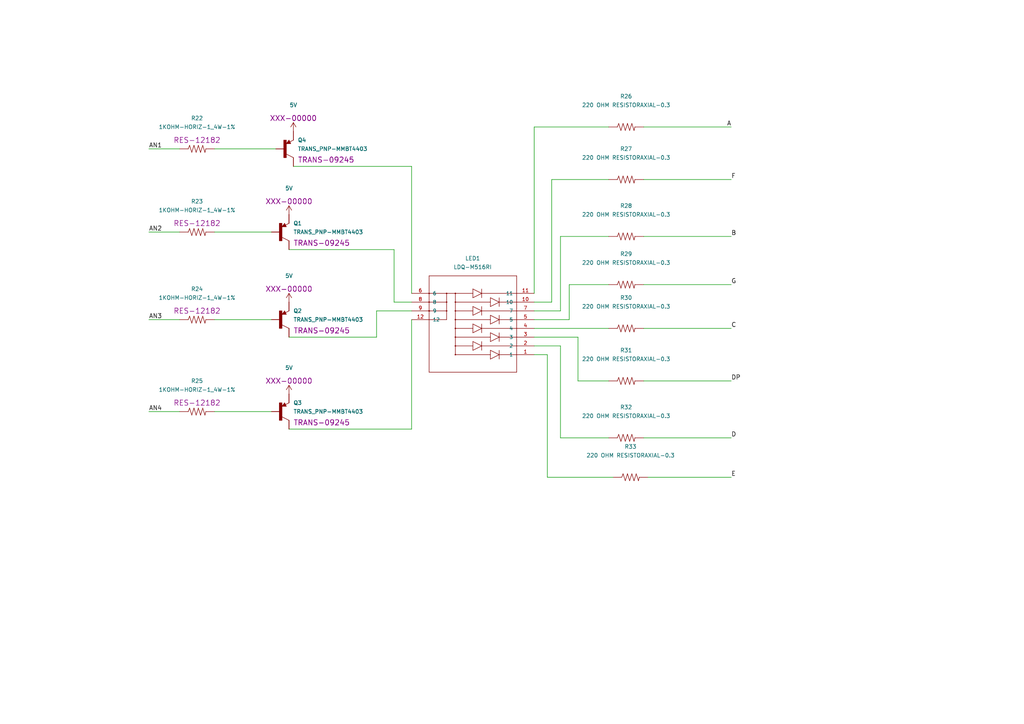
<source format=kicad_sch>
(kicad_sch (version 20211123) (generator eeschema)

  (uuid 58ec011c-aa35-4895-b6de-9ce6fbba8d17)

  (paper "A4")

  (lib_symbols
    (symbol "LDQ-M516RI:LDQ-M516RI" (pin_names (offset 1.016)) (in_bom yes) (on_board yes)
      (property "Reference" "LED" (id 0) (at 15.5956 9.1186 0)
        (effects (font (size 1.143 1.143)) (justify left bottom))
      )
      (property "Value" "LDQ-M516RI" (id 1) (at 14.9606 6.5786 0)
        (effects (font (size 1.143 1.143)) (justify left bottom))
      )
      (property "Footprint" "LDQ-M516RI_LED_LDQ-M516RI_LUM" (id 2) (at 0.762 3.81 0)
        (effects (font (size 0.508 0.508)) hide)
      )
      (property "Datasheet" "" (id 3) (at 0 0 0)
        (effects (font (size 1.27 1.27)) hide)
      )
      (property "ki_locked" "" (id 4) (at 0 0 0)
        (effects (font (size 1.27 1.27)))
      )
      (property "ki_fp_filters" "*LED_LDQ-M516RI_LUM*" (id 5) (at 0 0 0)
        (effects (font (size 1.27 1.27)) hide)
      )
      (symbol "LDQ-M516RI_1_0"
        (polyline
          (pts
            (xy 7.62 -22.86)
            (xy 33.02 -22.86)
          )
          (stroke (width 0) (type default) (color 0 0 0 0))
          (fill (type none))
        )
        (polyline
          (pts
            (xy 7.62 -7.62)
            (xy 7.62 -22.86)
          )
          (stroke (width 0) (type default) (color 0 0 0 0))
          (fill (type none))
        )
        (polyline
          (pts
            (xy 7.62 -7.62)
            (xy 12.7 -7.62)
          )
          (stroke (width 0) (type default) (color 0 0 0 0))
          (fill (type none))
        )
        (polyline
          (pts
            (xy 7.62 -5.08)
            (xy 7.62 -7.62)
          )
          (stroke (width 0) (type default) (color 0 0 0 0))
          (fill (type none))
        )
        (polyline
          (pts
            (xy 7.62 -2.54)
            (xy 7.62 -5.08)
          )
          (stroke (width 0) (type default) (color 0 0 0 0))
          (fill (type none))
        )
        (polyline
          (pts
            (xy 7.62 -2.54)
            (xy 7.747 -2.54)
          )
          (stroke (width 0) (type default) (color 0 0 0 0))
          (fill (type none))
        )
        (polyline
          (pts
            (xy 7.62 0)
            (xy 7.62 -2.54)
          )
          (stroke (width 0) (type default) (color 0 0 0 0))
          (fill (type none))
        )
        (polyline
          (pts
            (xy 7.62 0)
            (xy 7.747 0)
          )
          (stroke (width 0) (type default) (color 0 0 0 0))
          (fill (type none))
        )
        (polyline
          (pts
            (xy 7.62 5.08)
            (xy 7.62 0)
          )
          (stroke (width 0) (type default) (color 0 0 0 0))
          (fill (type none))
        )
        (polyline
          (pts
            (xy 7.747 -5.08)
            (xy 7.62 -5.08)
          )
          (stroke (width 0) (type default) (color 0 0 0 0))
          (fill (type none))
        )
        (polyline
          (pts
            (xy 7.747 -2.54)
            (xy 12.573 -2.54)
          )
          (stroke (width 0) (type default) (color 0 0 0 0))
          (fill (type none))
        )
        (polyline
          (pts
            (xy 7.747 0)
            (xy 12.573 0)
          )
          (stroke (width 0) (type default) (color 0 0 0 0))
          (fill (type none))
        )
        (polyline
          (pts
            (xy 12.573 -5.08)
            (xy 7.747 -5.08)
          )
          (stroke (width 0) (type default) (color 0 0 0 0))
          (fill (type none))
        )
        (polyline
          (pts
            (xy 12.573 -2.54)
            (xy 12.7 -2.54)
          )
          (stroke (width 0) (type default) (color 0 0 0 0))
          (fill (type none))
        )
        (polyline
          (pts
            (xy 12.573 0)
            (xy 12.7 0)
          )
          (stroke (width 0) (type default) (color 0 0 0 0))
          (fill (type none))
        )
        (polyline
          (pts
            (xy 12.7 -7.62)
            (xy 12.7 -5.08)
          )
          (stroke (width 0) (type default) (color 0 0 0 0))
          (fill (type none))
        )
        (polyline
          (pts
            (xy 12.7 -5.08)
            (xy 12.573 -5.08)
          )
          (stroke (width 0) (type default) (color 0 0 0 0))
          (fill (type none))
        )
        (polyline
          (pts
            (xy 12.7 -5.08)
            (xy 12.7 -2.54)
          )
          (stroke (width 0) (type default) (color 0 0 0 0))
          (fill (type none))
        )
        (polyline
          (pts
            (xy 12.7 -2.54)
            (xy 12.7 0)
          )
          (stroke (width 0) (type default) (color 0 0 0 0))
          (fill (type none))
        )
        (polyline
          (pts
            (xy 12.7 0)
            (xy 12.827 0)
          )
          (stroke (width 0) (type default) (color 0 0 0 0))
          (fill (type none))
        )
        (polyline
          (pts
            (xy 12.827 0)
            (xy 15.113 0)
          )
          (stroke (width 0) (type default) (color 0 0 0 0))
          (fill (type none))
        )
        (polyline
          (pts
            (xy 15.113 0)
            (xy 15.24 0)
          )
          (stroke (width 0) (type default) (color 0 0 0 0))
          (fill (type none))
        )
        (polyline
          (pts
            (xy 15.24 -17.78)
            (xy 15.367 -17.78)
          )
          (stroke (width 0) (type default) (color 0 0 0 0))
          (fill (type none))
        )
        (polyline
          (pts
            (xy 15.24 -15.24)
            (xy 15.24 -17.78)
          )
          (stroke (width 0) (type default) (color 0 0 0 0))
          (fill (type none))
        )
        (polyline
          (pts
            (xy 15.24 -15.24)
            (xy 15.367 -15.24)
          )
          (stroke (width 0) (type default) (color 0 0 0 0))
          (fill (type none))
        )
        (polyline
          (pts
            (xy 15.24 -12.7)
            (xy 15.24 -15.24)
          )
          (stroke (width 0) (type default) (color 0 0 0 0))
          (fill (type none))
        )
        (polyline
          (pts
            (xy 15.24 -12.7)
            (xy 15.367 -12.7)
          )
          (stroke (width 0) (type default) (color 0 0 0 0))
          (fill (type none))
        )
        (polyline
          (pts
            (xy 15.24 -10.16)
            (xy 15.24 -12.7)
          )
          (stroke (width 0) (type default) (color 0 0 0 0))
          (fill (type none))
        )
        (polyline
          (pts
            (xy 15.24 -10.16)
            (xy 15.367 -10.16)
          )
          (stroke (width 0) (type default) (color 0 0 0 0))
          (fill (type none))
        )
        (polyline
          (pts
            (xy 15.24 -7.62)
            (xy 15.24 -10.16)
          )
          (stroke (width 0) (type default) (color 0 0 0 0))
          (fill (type none))
        )
        (polyline
          (pts
            (xy 15.24 -7.62)
            (xy 15.367 -7.62)
          )
          (stroke (width 0) (type default) (color 0 0 0 0))
          (fill (type none))
        )
        (polyline
          (pts
            (xy 15.24 -5.08)
            (xy 15.24 -7.62)
          )
          (stroke (width 0) (type default) (color 0 0 0 0))
          (fill (type none))
        )
        (polyline
          (pts
            (xy 15.24 -5.08)
            (xy 15.367 -5.08)
          )
          (stroke (width 0) (type default) (color 0 0 0 0))
          (fill (type none))
        )
        (polyline
          (pts
            (xy 15.24 -2.54)
            (xy 15.24 -5.08)
          )
          (stroke (width 0) (type default) (color 0 0 0 0))
          (fill (type none))
        )
        (polyline
          (pts
            (xy 15.24 -2.54)
            (xy 15.367 -2.54)
          )
          (stroke (width 0) (type default) (color 0 0 0 0))
          (fill (type none))
        )
        (polyline
          (pts
            (xy 15.24 0)
            (xy 15.24 -2.54)
          )
          (stroke (width 0) (type default) (color 0 0 0 0))
          (fill (type none))
        )
        (polyline
          (pts
            (xy 15.24 0)
            (xy 15.367 0)
          )
          (stroke (width 0) (type default) (color 0 0 0 0))
          (fill (type none))
        )
        (polyline
          (pts
            (xy 15.367 -17.78)
            (xy 25.4 -17.78)
          )
          (stroke (width 0) (type default) (color 0 0 0 0))
          (fill (type none))
        )
        (polyline
          (pts
            (xy 15.367 -15.24)
            (xy 20.32 -15.24)
          )
          (stroke (width 0) (type default) (color 0 0 0 0))
          (fill (type none))
        )
        (polyline
          (pts
            (xy 15.367 -12.7)
            (xy 25.4 -12.7)
          )
          (stroke (width 0) (type default) (color 0 0 0 0))
          (fill (type none))
        )
        (polyline
          (pts
            (xy 15.367 -10.16)
            (xy 20.32 -10.16)
          )
          (stroke (width 0) (type default) (color 0 0 0 0))
          (fill (type none))
        )
        (polyline
          (pts
            (xy 15.367 -7.62)
            (xy 25.4 -7.62)
          )
          (stroke (width 0) (type default) (color 0 0 0 0))
          (fill (type none))
        )
        (polyline
          (pts
            (xy 15.367 -5.08)
            (xy 20.32 -5.08)
          )
          (stroke (width 0) (type default) (color 0 0 0 0))
          (fill (type none))
        )
        (polyline
          (pts
            (xy 15.367 -2.54)
            (xy 25.4 -2.54)
          )
          (stroke (width 0) (type default) (color 0 0 0 0))
          (fill (type none))
        )
        (polyline
          (pts
            (xy 15.367 0)
            (xy 20.32 0)
          )
          (stroke (width 0) (type default) (color 0 0 0 0))
          (fill (type none))
        )
        (polyline
          (pts
            (xy 20.32 -16.51)
            (xy 20.32 -13.97)
          )
          (stroke (width 0) (type default) (color 0 0 0 0))
          (fill (type none))
        )
        (polyline
          (pts
            (xy 20.32 -13.97)
            (xy 22.86 -15.24)
          )
          (stroke (width 0) (type default) (color 0 0 0 0))
          (fill (type none))
        )
        (polyline
          (pts
            (xy 20.32 -11.43)
            (xy 20.32 -8.89)
          )
          (stroke (width 0) (type default) (color 0 0 0 0))
          (fill (type none))
        )
        (polyline
          (pts
            (xy 20.32 -8.89)
            (xy 22.86 -10.16)
          )
          (stroke (width 0) (type default) (color 0 0 0 0))
          (fill (type none))
        )
        (polyline
          (pts
            (xy 20.32 -6.35)
            (xy 20.32 -3.81)
          )
          (stroke (width 0) (type default) (color 0 0 0 0))
          (fill (type none))
        )
        (polyline
          (pts
            (xy 20.32 -3.81)
            (xy 22.86 -5.08)
          )
          (stroke (width 0) (type default) (color 0 0 0 0))
          (fill (type none))
        )
        (polyline
          (pts
            (xy 20.32 -1.27)
            (xy 20.32 1.27)
          )
          (stroke (width 0) (type default) (color 0 0 0 0))
          (fill (type none))
        )
        (polyline
          (pts
            (xy 20.32 1.27)
            (xy 22.86 0)
          )
          (stroke (width 0) (type default) (color 0 0 0 0))
          (fill (type none))
        )
        (polyline
          (pts
            (xy 22.86 -16.51)
            (xy 22.86 -15.24)
          )
          (stroke (width 0) (type default) (color 0 0 0 0))
          (fill (type none))
        )
        (polyline
          (pts
            (xy 22.86 -15.24)
            (xy 20.32 -16.51)
          )
          (stroke (width 0) (type default) (color 0 0 0 0))
          (fill (type none))
        )
        (polyline
          (pts
            (xy 22.86 -15.24)
            (xy 22.86 -13.97)
          )
          (stroke (width 0) (type default) (color 0 0 0 0))
          (fill (type none))
        )
        (polyline
          (pts
            (xy 22.86 -15.24)
            (xy 33.02 -15.24)
          )
          (stroke (width 0) (type default) (color 0 0 0 0))
          (fill (type none))
        )
        (polyline
          (pts
            (xy 22.86 -11.43)
            (xy 22.86 -10.16)
          )
          (stroke (width 0) (type default) (color 0 0 0 0))
          (fill (type none))
        )
        (polyline
          (pts
            (xy 22.86 -10.16)
            (xy 20.32 -11.43)
          )
          (stroke (width 0) (type default) (color 0 0 0 0))
          (fill (type none))
        )
        (polyline
          (pts
            (xy 22.86 -10.16)
            (xy 22.86 -8.89)
          )
          (stroke (width 0) (type default) (color 0 0 0 0))
          (fill (type none))
        )
        (polyline
          (pts
            (xy 22.86 -10.16)
            (xy 33.02 -10.16)
          )
          (stroke (width 0) (type default) (color 0 0 0 0))
          (fill (type none))
        )
        (polyline
          (pts
            (xy 22.86 -6.35)
            (xy 22.86 -5.08)
          )
          (stroke (width 0) (type default) (color 0 0 0 0))
          (fill (type none))
        )
        (polyline
          (pts
            (xy 22.86 -5.08)
            (xy 20.32 -6.35)
          )
          (stroke (width 0) (type default) (color 0 0 0 0))
          (fill (type none))
        )
        (polyline
          (pts
            (xy 22.86 -5.08)
            (xy 22.86 -3.81)
          )
          (stroke (width 0) (type default) (color 0 0 0 0))
          (fill (type none))
        )
        (polyline
          (pts
            (xy 22.86 -5.08)
            (xy 33.02 -5.08)
          )
          (stroke (width 0) (type default) (color 0 0 0 0))
          (fill (type none))
        )
        (polyline
          (pts
            (xy 22.86 -1.27)
            (xy 22.86 0)
          )
          (stroke (width 0) (type default) (color 0 0 0 0))
          (fill (type none))
        )
        (polyline
          (pts
            (xy 22.86 0)
            (xy 20.32 -1.27)
          )
          (stroke (width 0) (type default) (color 0 0 0 0))
          (fill (type none))
        )
        (polyline
          (pts
            (xy 22.86 0)
            (xy 22.86 1.27)
          )
          (stroke (width 0) (type default) (color 0 0 0 0))
          (fill (type none))
        )
        (polyline
          (pts
            (xy 22.86 0)
            (xy 33.02 0)
          )
          (stroke (width 0) (type default) (color 0 0 0 0))
          (fill (type none))
        )
        (polyline
          (pts
            (xy 25.4 -19.05)
            (xy 25.4 -16.51)
          )
          (stroke (width 0) (type default) (color 0 0 0 0))
          (fill (type none))
        )
        (polyline
          (pts
            (xy 25.4 -16.51)
            (xy 27.94 -17.78)
          )
          (stroke (width 0) (type default) (color 0 0 0 0))
          (fill (type none))
        )
        (polyline
          (pts
            (xy 25.4 -13.97)
            (xy 25.4 -11.43)
          )
          (stroke (width 0) (type default) (color 0 0 0 0))
          (fill (type none))
        )
        (polyline
          (pts
            (xy 25.4 -11.43)
            (xy 27.94 -12.7)
          )
          (stroke (width 0) (type default) (color 0 0 0 0))
          (fill (type none))
        )
        (polyline
          (pts
            (xy 25.4 -8.89)
            (xy 25.4 -6.35)
          )
          (stroke (width 0) (type default) (color 0 0 0 0))
          (fill (type none))
        )
        (polyline
          (pts
            (xy 25.4 -6.35)
            (xy 27.94 -7.62)
          )
          (stroke (width 0) (type default) (color 0 0 0 0))
          (fill (type none))
        )
        (polyline
          (pts
            (xy 25.4 -3.81)
            (xy 25.4 -1.27)
          )
          (stroke (width 0) (type default) (color 0 0 0 0))
          (fill (type none))
        )
        (polyline
          (pts
            (xy 25.4 -1.27)
            (xy 27.94 -2.54)
          )
          (stroke (width 0) (type default) (color 0 0 0 0))
          (fill (type none))
        )
        (polyline
          (pts
            (xy 27.94 -19.05)
            (xy 27.94 -17.78)
          )
          (stroke (width 0) (type default) (color 0 0 0 0))
          (fill (type none))
        )
        (polyline
          (pts
            (xy 27.94 -17.78)
            (xy 25.4 -19.05)
          )
          (stroke (width 0) (type default) (color 0 0 0 0))
          (fill (type none))
        )
        (polyline
          (pts
            (xy 27.94 -17.78)
            (xy 27.94 -16.51)
          )
          (stroke (width 0) (type default) (color 0 0 0 0))
          (fill (type none))
        )
        (polyline
          (pts
            (xy 27.94 -17.78)
            (xy 33.02 -17.78)
          )
          (stroke (width 0) (type default) (color 0 0 0 0))
          (fill (type none))
        )
        (polyline
          (pts
            (xy 27.94 -13.97)
            (xy 27.94 -12.7)
          )
          (stroke (width 0) (type default) (color 0 0 0 0))
          (fill (type none))
        )
        (polyline
          (pts
            (xy 27.94 -12.7)
            (xy 25.4 -13.97)
          )
          (stroke (width 0) (type default) (color 0 0 0 0))
          (fill (type none))
        )
        (polyline
          (pts
            (xy 27.94 -12.7)
            (xy 27.94 -11.43)
          )
          (stroke (width 0) (type default) (color 0 0 0 0))
          (fill (type none))
        )
        (polyline
          (pts
            (xy 27.94 -12.7)
            (xy 33.02 -12.7)
          )
          (stroke (width 0) (type default) (color 0 0 0 0))
          (fill (type none))
        )
        (polyline
          (pts
            (xy 27.94 -8.89)
            (xy 27.94 -7.62)
          )
          (stroke (width 0) (type default) (color 0 0 0 0))
          (fill (type none))
        )
        (polyline
          (pts
            (xy 27.94 -7.62)
            (xy 25.4 -8.89)
          )
          (stroke (width 0) (type default) (color 0 0 0 0))
          (fill (type none))
        )
        (polyline
          (pts
            (xy 27.94 -7.62)
            (xy 27.94 -6.35)
          )
          (stroke (width 0) (type default) (color 0 0 0 0))
          (fill (type none))
        )
        (polyline
          (pts
            (xy 27.94 -7.62)
            (xy 33.02 -7.62)
          )
          (stroke (width 0) (type default) (color 0 0 0 0))
          (fill (type none))
        )
        (polyline
          (pts
            (xy 27.94 -3.81)
            (xy 27.94 -2.54)
          )
          (stroke (width 0) (type default) (color 0 0 0 0))
          (fill (type none))
        )
        (polyline
          (pts
            (xy 27.94 -2.54)
            (xy 25.4 -3.81)
          )
          (stroke (width 0) (type default) (color 0 0 0 0))
          (fill (type none))
        )
        (polyline
          (pts
            (xy 27.94 -2.54)
            (xy 27.94 -1.27)
          )
          (stroke (width 0) (type default) (color 0 0 0 0))
          (fill (type none))
        )
        (polyline
          (pts
            (xy 27.94 -2.54)
            (xy 33.02 -2.54)
          )
          (stroke (width 0) (type default) (color 0 0 0 0))
          (fill (type none))
        )
        (polyline
          (pts
            (xy 33.02 -22.86)
            (xy 33.02 -17.78)
          )
          (stroke (width 0) (type default) (color 0 0 0 0))
          (fill (type none))
        )
        (polyline
          (pts
            (xy 33.02 -17.78)
            (xy 33.02 -15.24)
          )
          (stroke (width 0) (type default) (color 0 0 0 0))
          (fill (type none))
        )
        (polyline
          (pts
            (xy 33.02 -15.24)
            (xy 33.02 -12.7)
          )
          (stroke (width 0) (type default) (color 0 0 0 0))
          (fill (type none))
        )
        (polyline
          (pts
            (xy 33.02 -12.7)
            (xy 33.02 -10.16)
          )
          (stroke (width 0) (type default) (color 0 0 0 0))
          (fill (type none))
        )
        (polyline
          (pts
            (xy 33.02 -10.16)
            (xy 33.02 -7.62)
          )
          (stroke (width 0) (type default) (color 0 0 0 0))
          (fill (type none))
        )
        (polyline
          (pts
            (xy 33.02 -7.62)
            (xy 33.02 -5.08)
          )
          (stroke (width 0) (type default) (color 0 0 0 0))
          (fill (type none))
        )
        (polyline
          (pts
            (xy 33.02 -5.08)
            (xy 33.02 -2.54)
          )
          (stroke (width 0) (type default) (color 0 0 0 0))
          (fill (type none))
        )
        (polyline
          (pts
            (xy 33.02 -2.54)
            (xy 33.02 0)
          )
          (stroke (width 0) (type default) (color 0 0 0 0))
          (fill (type none))
        )
        (polyline
          (pts
            (xy 33.02 0)
            (xy 33.02 5.08)
          )
          (stroke (width 0) (type default) (color 0 0 0 0))
          (fill (type none))
        )
        (polyline
          (pts
            (xy 33.02 5.08)
            (xy 7.62 5.08)
          )
          (stroke (width 0) (type default) (color 0 0 0 0))
          (fill (type none))
        )
      )
      (symbol "LDQ-M516RI_1_1"
        (arc (start 7.493 -5.08) (mid 7.62 -5.207) (end 7.747 -5.08)
          (stroke (width 0) (type default) (color 0 0 0 0))
          (fill (type none))
        )
        (arc (start 7.493 -5.08) (mid 7.62 -5.207) (end 7.747 -5.08)
          (stroke (width 0) (type default) (color 0 0 0 0))
          (fill (type none))
        )
        (arc (start 7.493 -2.54) (mid 7.62 -2.667) (end 7.747 -2.54)
          (stroke (width 0) (type default) (color 0 0 0 0))
          (fill (type none))
        )
        (arc (start 7.493 0) (mid 7.62 -0.127) (end 7.747 0)
          (stroke (width 0) (type default) (color 0 0 0 0))
          (fill (type none))
        )
        (arc (start 7.747 -5.08) (mid 7.62 -4.953) (end 7.493 -5.08)
          (stroke (width 0) (type default) (color 0 0 0 0))
          (fill (type none))
        )
        (arc (start 7.747 -5.08) (mid 7.62 -4.953) (end 7.493 -5.08)
          (stroke (width 0) (type default) (color 0 0 0 0))
          (fill (type none))
        )
        (arc (start 7.747 -2.54) (mid 7.62 -2.413) (end 7.493 -2.54)
          (stroke (width 0) (type default) (color 0 0 0 0))
          (fill (type none))
        )
        (arc (start 7.747 0) (mid 7.62 0.127) (end 7.493 0)
          (stroke (width 0) (type default) (color 0 0 0 0))
          (fill (type none))
        )
        (arc (start 12.573 -5.08) (mid 12.7 -5.207) (end 12.827 -5.08)
          (stroke (width 0) (type default) (color 0 0 0 0))
          (fill (type none))
        )
        (arc (start 12.573 -2.54) (mid 12.7 -2.667) (end 12.827 -2.54)
          (stroke (width 0) (type default) (color 0 0 0 0))
          (fill (type none))
        )
        (arc (start 12.573 0) (mid 12.7 -0.127) (end 12.827 0)
          (stroke (width 0) (type default) (color 0 0 0 0))
          (fill (type none))
        )
        (arc (start 12.827 -5.08) (mid 12.7 -4.953) (end 12.573 -5.08)
          (stroke (width 0) (type default) (color 0 0 0 0))
          (fill (type none))
        )
        (arc (start 12.827 -2.54) (mid 12.7 -2.413) (end 12.573 -2.54)
          (stroke (width 0) (type default) (color 0 0 0 0))
          (fill (type none))
        )
        (arc (start 12.827 0) (mid 12.7 0.127) (end 12.573 0)
          (stroke (width 0) (type default) (color 0 0 0 0))
          (fill (type none))
        )
        (arc (start 15.113 -17.78) (mid 15.24 -17.907) (end 15.367 -17.78)
          (stroke (width 0) (type default) (color 0 0 0 0))
          (fill (type none))
        )
        (arc (start 15.113 -15.24) (mid 15.24 -15.367) (end 15.367 -15.24)
          (stroke (width 0) (type default) (color 0 0 0 0))
          (fill (type none))
        )
        (arc (start 15.113 -12.7) (mid 15.24 -12.827) (end 15.367 -12.7)
          (stroke (width 0) (type default) (color 0 0 0 0))
          (fill (type none))
        )
        (arc (start 15.113 -10.16) (mid 15.24 -10.287) (end 15.367 -10.16)
          (stroke (width 0) (type default) (color 0 0 0 0))
          (fill (type none))
        )
        (arc (start 15.113 -7.62) (mid 15.24 -7.747) (end 15.367 -7.62)
          (stroke (width 0) (type default) (color 0 0 0 0))
          (fill (type none))
        )
        (arc (start 15.113 -5.08) (mid 15.24 -5.207) (end 15.367 -5.08)
          (stroke (width 0) (type default) (color 0 0 0 0))
          (fill (type none))
        )
        (arc (start 15.113 -2.54) (mid 15.24 -2.667) (end 15.367 -2.54)
          (stroke (width 0) (type default) (color 0 0 0 0))
          (fill (type none))
        )
        (arc (start 15.113 0) (mid 15.24 -0.127) (end 15.367 0)
          (stroke (width 0) (type default) (color 0 0 0 0))
          (fill (type none))
        )
        (arc (start 15.367 -17.78) (mid 15.24 -17.653) (end 15.113 -17.78)
          (stroke (width 0) (type default) (color 0 0 0 0))
          (fill (type none))
        )
        (arc (start 15.367 -15.24) (mid 15.24 -15.113) (end 15.113 -15.24)
          (stroke (width 0) (type default) (color 0 0 0 0))
          (fill (type none))
        )
        (arc (start 15.367 -12.7) (mid 15.24 -12.573) (end 15.113 -12.7)
          (stroke (width 0) (type default) (color 0 0 0 0))
          (fill (type none))
        )
        (arc (start 15.367 -10.16) (mid 15.24 -10.033) (end 15.113 -10.16)
          (stroke (width 0) (type default) (color 0 0 0 0))
          (fill (type none))
        )
        (arc (start 15.367 -7.62) (mid 15.24 -7.493) (end 15.113 -7.62)
          (stroke (width 0) (type default) (color 0 0 0 0))
          (fill (type none))
        )
        (arc (start 15.367 -5.08) (mid 15.24 -4.953) (end 15.113 -5.08)
          (stroke (width 0) (type default) (color 0 0 0 0))
          (fill (type none))
        )
        (arc (start 15.367 -2.54) (mid 15.24 -2.413) (end 15.113 -2.54)
          (stroke (width 0) (type default) (color 0 0 0 0))
          (fill (type none))
        )
        (arc (start 15.367 0) (mid 15.24 0.127) (end 15.113 0)
          (stroke (width 0) (type default) (color 0 0 0 0))
          (fill (type none))
        )
        (pin passive line (at 38.1 -17.78 180) (length 5.08)
          (name "1" (effects (font (size 1.016 1.016))))
          (number "1" (effects (font (size 1.016 1.016))))
        )
        (pin passive line (at 38.1 -2.54 180) (length 5.08)
          (name "10" (effects (font (size 1.016 1.016))))
          (number "10" (effects (font (size 1.016 1.016))))
        )
        (pin passive line (at 38.1 0 180) (length 5.08)
          (name "11" (effects (font (size 1.016 1.016))))
          (number "11" (effects (font (size 1.016 1.016))))
        )
        (pin passive line (at 2.54 -7.62 0) (length 5.08)
          (name "12" (effects (font (size 1.016 1.016))))
          (number "12" (effects (font (size 1.016 1.016))))
        )
        (pin passive line (at 38.1 -15.24 180) (length 5.08)
          (name "2" (effects (font (size 1.016 1.016))))
          (number "2" (effects (font (size 1.016 1.016))))
        )
        (pin passive line (at 38.1 -12.7 180) (length 5.08)
          (name "3" (effects (font (size 1.016 1.016))))
          (number "3" (effects (font (size 1.016 1.016))))
        )
        (pin passive line (at 38.1 -10.16 180) (length 5.08)
          (name "4" (effects (font (size 1.016 1.016))))
          (number "4" (effects (font (size 1.016 1.016))))
        )
        (pin passive line (at 38.1 -7.62 180) (length 5.08)
          (name "5" (effects (font (size 1.016 1.016))))
          (number "5" (effects (font (size 1.016 1.016))))
        )
        (pin passive line (at 2.54 0 0) (length 5.08)
          (name "6" (effects (font (size 1.016 1.016))))
          (number "6" (effects (font (size 1.016 1.016))))
        )
        (pin passive line (at 38.1 -5.08 180) (length 5.08)
          (name "7" (effects (font (size 1.016 1.016))))
          (number "7" (effects (font (size 1.016 1.016))))
        )
        (pin passive line (at 2.54 -2.54 0) (length 5.08)
          (name "8" (effects (font (size 1.016 1.016))))
          (number "8" (effects (font (size 1.016 1.016))))
        )
        (pin passive line (at 2.54 -5.08 0) (length 5.08)
          (name "9" (effects (font (size 1.016 1.016))))
          (number "9" (effects (font (size 1.016 1.016))))
        )
      )
    )
    (symbol "SparkFun-DiscreteSemi:TRANS_PNP-MMBT4403" (pin_numbers hide) (pin_names (offset 1.016) hide) (in_bom yes) (on_board yes)
      (property "Reference" "Q" (id 0) (at 3.81 3.81 0)
        (effects (font (size 1.143 1.143)) (justify left bottom))
      )
      (property "Value" "TRANS_PNP-MMBT4403" (id 1) (at 3.81 -5.08 0)
        (effects (font (size 1.143 1.143)) (justify left bottom))
      )
      (property "Footprint" "SOT23-3" (id 2) (at 0 6.35 0)
        (effects (font (size 0.508 0.508)) hide)
      )
      (property "Datasheet" "" (id 3) (at 0 0 0)
        (effects (font (size 1.27 1.27)) hide)
      )
      (property "Field4" "TRANS-09245" (id 4) (at 0 7.62 0)
        (effects (font (size 1.524 1.524)))
      )
      (property "ki_locked" "" (id 5) (at 0 0 0)
        (effects (font (size 1.27 1.27)))
      )
      (property "ki_keywords" "PROD_ID:TRANS-09245" (id 6) (at 0 0 0)
        (effects (font (size 1.27 1.27)) hide)
      )
      (property "ki_description" "PNP transistor Current controlled devices typically used to amplify current or used as a switch. <b>SparkFun Products:</b><ul><li><a href= https://www.sparkfun.com/products/9068 >SparkFun Serial Enabled 16x2 LCD - Red on Black</a></li><li><a href= https://www.sparkfun.com/products/12772 >SparkFun Logomatic</a></li></ul>" (id 7) (at 0 0 0)
        (effects (font (size 1.27 1.27)) hide)
      )
      (property "ki_fp_filters" "*SOT23-3* *SOT23-3*" (id 8) (at 0 0 0)
        (effects (font (size 1.27 1.27)) hide)
      )
      (symbol "TRANS_PNP-MMBT4403_1_0"
        (polyline
          (pts
            (xy 0.508 -1.524)
            (xy 2.54 -2.54)
          )
          (stroke (width 0) (type default) (color 0 0 0 0))
          (fill (type none))
        )
        (polyline
          (pts
            (xy 2.54 2.54)
            (xy 0.508 1.524)
          )
          (stroke (width 0) (type default) (color 0 0 0 0))
          (fill (type none))
        )
      )
      (symbol "TRANS_PNP-MMBT4403_1_1"
        (rectangle (start -0.254 -2.54) (end 0.508 2.54)
          (stroke (width 0) (type default) (color 0 0 0 0))
          (fill (type outline))
        )
        (polyline
          (pts
            (xy 1.27 2.54)
            (xy 1.778 1.524)
            (xy 0.508 1.524)
            (xy 1.27 2.54)
          )
          (stroke (width 0) (type default) (color 0 0 0 0))
          (fill (type outline))
        )
        (pin passive line (at -2.54 0 0) (length 2.54)
          (name "B" (effects (font (size 1.016 1.016))))
          (number "1" (effects (font (size 1.016 1.016))))
        )
        (pin passive line (at 2.54 5.08 270) (length 2.54)
          (name "E" (effects (font (size 1.016 1.016))))
          (number "2" (effects (font (size 1.016 1.016))))
        )
        (pin passive line (at 2.54 -5.08 90) (length 2.54)
          (name "C" (effects (font (size 1.016 1.016))))
          (number "3" (effects (font (size 1.016 1.016))))
        )
      )
    )
    (symbol "SparkFun-PowerSymbols:5V" (power) (pin_numbers hide) (pin_names (offset 1.016) hide) (in_bom yes) (on_board yes)
      (property "Reference" "#SUPPLY" (id 0) (at 1.27 0 0)
        (effects (font (size 1.143 1.143)) (justify left bottom) hide)
      )
      (property "Value" "5V" (id 1) (at -1.27 3.81 0)
        (effects (font (size 1.143 1.143)) (justify left bottom))
      )
      (property "Footprint" "XXX-00000" (id 2) (at 0 7.62 0)
        (effects (font (size 1.524 1.524)))
      )
      (property "Datasheet" "" (id 3) (at 0 0 0)
        (effects (font (size 1.524 1.524)) hide)
      )
      (property "ki_locked" "" (id 4) (at 0 0 0)
        (effects (font (size 1.27 1.27)))
      )
      (property "ki_keywords" "PROD_ID:XXX-00000" (id 5) (at 0 0 0)
        (effects (font (size 1.27 1.27)) hide)
      )
      (property "ki_description" "5V Supply Symbol Power supply symbol for a specifically-stated 5V source." (id 6) (at 0 0 0)
        (effects (font (size 1.27 1.27)) hide)
      )
      (symbol "5V_1_0"
        (polyline
          (pts
            (xy 0 0)
            (xy 0 2.54)
          )
          (stroke (width 0) (type default) (color 0 0 0 0))
          (fill (type none))
        )
        (polyline
          (pts
            (xy 0 2.54)
            (xy -0.762 1.27)
          )
          (stroke (width 0) (type default) (color 0 0 0 0))
          (fill (type none))
        )
        (polyline
          (pts
            (xy 0.762 1.27)
            (xy 0 2.54)
          )
          (stroke (width 0) (type default) (color 0 0 0 0))
          (fill (type none))
        )
      )
      (symbol "5V_1_1"
        (pin power_in line (at 0 0 90) (length 0) hide
          (name "5V" (effects (font (size 1.016 1.016))))
          (number "~" (effects (font (size 1.016 1.016))))
        )
      )
    )
    (symbol "SparkFun-Resistors:1KOHM-HORIZ-1_4W-1%" (pin_numbers hide) (pin_names (offset 1.016) hide) (in_bom yes) (on_board yes)
      (property "Reference" "R" (id 0) (at -5.08 1.27 0)
        (effects (font (size 1.143 1.143)) (justify left bottom))
      )
      (property "Value" "1KOHM-HORIZ-1_4W-1%" (id 1) (at -5.08 -3.81 0)
        (effects (font (size 1.143 1.143)) (justify left bottom))
      )
      (property "Footprint" "AXIAL-0.3" (id 2) (at 0 3.81 0)
        (effects (font (size 0.508 0.508)) hide)
      )
      (property "Datasheet" "" (id 3) (at 0 0 0)
        (effects (font (size 1.524 1.524)) hide)
      )
      (property "Field4" "RES-12182" (id 4) (at 0 5.08 0)
        (effects (font (size 1.524 1.524)))
      )
      (property "ki_locked" "" (id 5) (at 0 0 0)
        (effects (font (size 1.27 1.27)))
      )
      (property "ki_keywords" "PROD_ID:RES-12182" (id 6) (at 0 0 0)
        (effects (font (size 1.27 1.27)) hide)
      )
      (property "ki_description" "1k  resistor A resistor is a passive two-terminal electrical component that implements electrical resistance as a circuit element. Resistors act to reduce current flow, and, at the same time, act to lower voltage levels within circuits. - Wikipedia" (id 7) (at 0 0 0)
        (effects (font (size 1.27 1.27)) hide)
      )
      (property "ki_fp_filters" "*AXIAL-0.3* *AXIAL-0.3* *AXIAL-0.3-KIT* *AXIAL-0.3-KIT* *AXIAL-0.1* *AXIAL-0.1* *AXIAL-0.1* *AXIAL-0.1-KIT* *AXIAL-0.1-KIT*" (id 8) (at 0 0 0)
        (effects (font (size 1.27 1.27)) hide)
      )
      (symbol "1KOHM-HORIZ-1_4W-1%_1_0"
        (polyline
          (pts
            (xy -2.54 0)
            (xy -2.159 1.016)
          )
          (stroke (width 0) (type default) (color 0 0 0 0))
          (fill (type none))
        )
        (polyline
          (pts
            (xy -2.159 1.016)
            (xy -1.524 -1.016)
          )
          (stroke (width 0) (type default) (color 0 0 0 0))
          (fill (type none))
        )
        (polyline
          (pts
            (xy -1.524 -1.016)
            (xy -0.889 1.016)
          )
          (stroke (width 0) (type default) (color 0 0 0 0))
          (fill (type none))
        )
        (polyline
          (pts
            (xy -0.889 1.016)
            (xy -0.254 -1.016)
          )
          (stroke (width 0) (type default) (color 0 0 0 0))
          (fill (type none))
        )
        (polyline
          (pts
            (xy -0.254 -1.016)
            (xy 0.381 1.016)
          )
          (stroke (width 0) (type default) (color 0 0 0 0))
          (fill (type none))
        )
        (polyline
          (pts
            (xy 0.381 1.016)
            (xy 1.016 -1.016)
          )
          (stroke (width 0) (type default) (color 0 0 0 0))
          (fill (type none))
        )
        (polyline
          (pts
            (xy 1.016 -1.016)
            (xy 1.651 1.016)
          )
          (stroke (width 0) (type default) (color 0 0 0 0))
          (fill (type none))
        )
        (polyline
          (pts
            (xy 1.651 1.016)
            (xy 2.286 -1.016)
          )
          (stroke (width 0) (type default) (color 0 0 0 0))
          (fill (type none))
        )
        (polyline
          (pts
            (xy 2.286 -1.016)
            (xy 2.54 0)
          )
          (stroke (width 0) (type default) (color 0 0 0 0))
          (fill (type none))
        )
      )
      (symbol "1KOHM-HORIZ-1_4W-1%_1_1"
        (pin passive line (at -5.08 0 0) (length 2.54)
          (name "1" (effects (font (size 1.016 1.016))))
          (number "P$1" (effects (font (size 1.016 1.016))))
        )
        (pin passive line (at 5.08 0 180) (length 2.54)
          (name "2" (effects (font (size 1.016 1.016))))
          (number "P$2" (effects (font (size 1.016 1.016))))
        )
      )
    )
    (symbol "SparkFun-Resistors:RESISTORAXIAL-0.3" (pin_numbers hide) (pin_names (offset 1.016) hide) (in_bom yes) (on_board yes)
      (property "Reference" "R" (id 0) (at -5.08 1.27 0)
        (effects (font (size 1.143 1.143)) (justify left bottom))
      )
      (property "Value" "RESISTORAXIAL-0.3" (id 1) (at -5.08 -3.81 0)
        (effects (font (size 1.143 1.143)) (justify left bottom))
      )
      (property "Footprint" "AXIAL-0.3" (id 2) (at 0 3.81 0)
        (effects (font (size 0.508 0.508)) hide)
      )
      (property "Datasheet" "" (id 3) (at 0 0 0)
        (effects (font (size 1.524 1.524)) hide)
      )
      (property "Field4" " " (id 4) (at 0 5.08 0)
        (effects (font (size 1.524 1.524)))
      )
      (property "ki_locked" "" (id 5) (at 0 0 0)
        (effects (font (size 1.27 1.27)))
      )
      (property "ki_keywords" "PROD_ID:" (id 6) (at 0 0 0)
        (effects (font (size 1.27 1.27)) hide)
      )
      (property "ki_description" "Generic Resistor Package" (id 7) (at 0 0 0)
        (effects (font (size 1.27 1.27)) hide)
      )
      (property "ki_fp_filters" "*AXIAL-0.3*" (id 8) (at 0 0 0)
        (effects (font (size 1.27 1.27)) hide)
      )
      (symbol "RESISTORAXIAL-0.3_1_0"
        (polyline
          (pts
            (xy -2.54 0)
            (xy -2.159 1.016)
          )
          (stroke (width 0) (type default) (color 0 0 0 0))
          (fill (type none))
        )
        (polyline
          (pts
            (xy -2.159 1.016)
            (xy -1.524 -1.016)
          )
          (stroke (width 0) (type default) (color 0 0 0 0))
          (fill (type none))
        )
        (polyline
          (pts
            (xy -1.524 -1.016)
            (xy -0.889 1.016)
          )
          (stroke (width 0) (type default) (color 0 0 0 0))
          (fill (type none))
        )
        (polyline
          (pts
            (xy -0.889 1.016)
            (xy -0.254 -1.016)
          )
          (stroke (width 0) (type default) (color 0 0 0 0))
          (fill (type none))
        )
        (polyline
          (pts
            (xy -0.254 -1.016)
            (xy 0.381 1.016)
          )
          (stroke (width 0) (type default) (color 0 0 0 0))
          (fill (type none))
        )
        (polyline
          (pts
            (xy 0.381 1.016)
            (xy 1.016 -1.016)
          )
          (stroke (width 0) (type default) (color 0 0 0 0))
          (fill (type none))
        )
        (polyline
          (pts
            (xy 1.016 -1.016)
            (xy 1.651 1.016)
          )
          (stroke (width 0) (type default) (color 0 0 0 0))
          (fill (type none))
        )
        (polyline
          (pts
            (xy 1.651 1.016)
            (xy 2.286 -1.016)
          )
          (stroke (width 0) (type default) (color 0 0 0 0))
          (fill (type none))
        )
        (polyline
          (pts
            (xy 2.286 -1.016)
            (xy 2.54 0)
          )
          (stroke (width 0) (type default) (color 0 0 0 0))
          (fill (type none))
        )
      )
      (symbol "RESISTORAXIAL-0.3_1_1"
        (pin passive line (at -5.08 0 0) (length 2.54)
          (name "1" (effects (font (size 1.016 1.016))))
          (number "P$1" (effects (font (size 1.016 1.016))))
        )
        (pin passive line (at 5.08 0 180) (length 2.54)
          (name "2" (effects (font (size 1.016 1.016))))
          (number "P$2" (effects (font (size 1.016 1.016))))
        )
      )
    )
  )


  (wire (pts (xy 160.02 52.07) (xy 160.02 87.63))
    (stroke (width 0) (type default) (color 0 0 0 0))
    (uuid 0307249e-af95-4b38-ae7c-4ccf29caabe8)
  )
  (wire (pts (xy 62.23 43.18) (xy 80.01 43.18))
    (stroke (width 0) (type default) (color 0 0 0 0))
    (uuid 03b152e6-cb6f-4b17-8488-9d17d17c0015)
  )
  (wire (pts (xy 43.18 67.31) (xy 52.07 67.31))
    (stroke (width 0) (type default) (color 0 0 0 0))
    (uuid 041f504b-70b6-4084-9dcf-a6777544d53f)
  )
  (wire (pts (xy 154.94 36.83) (xy 176.53 36.83))
    (stroke (width 0) (type default) (color 0 0 0 0))
    (uuid 07170e20-e9b8-41ed-a014-a4b6d04f2071)
  )
  (wire (pts (xy 43.18 43.18) (xy 52.07 43.18))
    (stroke (width 0) (type default) (color 0 0 0 0))
    (uuid 0d1de7f7-debe-4fd0-ae34-9abab3d07ac8)
  )
  (wire (pts (xy 43.18 119.38) (xy 52.07 119.38))
    (stroke (width 0) (type default) (color 0 0 0 0))
    (uuid 0db85f91-0e10-4398-93a5-751e1ed50e6e)
  )
  (wire (pts (xy 62.23 119.38) (xy 78.74 119.38))
    (stroke (width 0) (type default) (color 0 0 0 0))
    (uuid 106bae8e-3fb5-4222-93b5-958d56382b02)
  )
  (wire (pts (xy 186.69 110.49) (xy 212.09 110.49))
    (stroke (width 0) (type default) (color 0 0 0 0))
    (uuid 10a64f20-ae4d-459f-a698-fb4a6c7c7f41)
  )
  (wire (pts (xy 109.22 97.79) (xy 83.82 97.79))
    (stroke (width 0) (type default) (color 0 0 0 0))
    (uuid 1eeb1083-9ae2-444f-b860-6ecfdfabfbc0)
  )
  (wire (pts (xy 176.53 52.07) (xy 160.02 52.07))
    (stroke (width 0) (type default) (color 0 0 0 0))
    (uuid 2208eaa0-e116-46f5-a7dc-02dbd1317534)
  )
  (wire (pts (xy 158.75 138.43) (xy 177.8 138.43))
    (stroke (width 0) (type default) (color 0 0 0 0))
    (uuid 286cae26-6be3-4970-ad4d-5bbe27ad7ae6)
  )
  (wire (pts (xy 160.02 87.63) (xy 154.94 87.63))
    (stroke (width 0) (type default) (color 0 0 0 0))
    (uuid 2d28ff2c-092f-4a5b-9493-536ce8ef477d)
  )
  (wire (pts (xy 119.38 90.17) (xy 109.22 90.17))
    (stroke (width 0) (type default) (color 0 0 0 0))
    (uuid 380a4e1d-acc7-4a40-b2e6-5130d53f2c6d)
  )
  (wire (pts (xy 85.09 48.26) (xy 119.38 48.26))
    (stroke (width 0) (type default) (color 0 0 0 0))
    (uuid 3c1c9e18-7c3b-4b2c-b465-fe3f68cad9c0)
  )
  (wire (pts (xy 109.22 90.17) (xy 109.22 97.79))
    (stroke (width 0) (type default) (color 0 0 0 0))
    (uuid 4cb4939e-5650-4af4-b970-fa4f442d978c)
  )
  (wire (pts (xy 176.53 82.55) (xy 165.1 82.55))
    (stroke (width 0) (type default) (color 0 0 0 0))
    (uuid 4d62ff96-3823-4ee6-8db7-8d8a8c80fd55)
  )
  (wire (pts (xy 186.69 36.83) (xy 212.09 36.83))
    (stroke (width 0) (type default) (color 0 0 0 0))
    (uuid 588adfda-9133-4180-91f3-c2d4cd9bcb73)
  )
  (wire (pts (xy 167.64 97.79) (xy 167.64 110.49))
    (stroke (width 0) (type default) (color 0 0 0 0))
    (uuid 5a97222c-6ec8-4311-b4f5-91c18c78616f)
  )
  (wire (pts (xy 186.69 82.55) (xy 212.09 82.55))
    (stroke (width 0) (type default) (color 0 0 0 0))
    (uuid 5ab24cd0-6974-49a4-8a48-63ee5b53f47e)
  )
  (wire (pts (xy 162.56 127) (xy 162.56 100.33))
    (stroke (width 0) (type default) (color 0 0 0 0))
    (uuid 5fc7fad8-24fb-44af-b868-ee5562b707c7)
  )
  (wire (pts (xy 186.69 68.58) (xy 212.09 68.58))
    (stroke (width 0) (type default) (color 0 0 0 0))
    (uuid 621869f6-19a9-4e05-a350-4f5855ece5f1)
  )
  (wire (pts (xy 43.18 92.71) (xy 52.07 92.71))
    (stroke (width 0) (type default) (color 0 0 0 0))
    (uuid 65f8cb4d-baac-43cd-9a36-258c1af0e0ca)
  )
  (wire (pts (xy 154.94 95.25) (xy 176.53 95.25))
    (stroke (width 0) (type default) (color 0 0 0 0))
    (uuid 6ae8fda3-f360-493e-83c2-20d919ca8659)
  )
  (wire (pts (xy 162.56 100.33) (xy 154.94 100.33))
    (stroke (width 0) (type default) (color 0 0 0 0))
    (uuid 6daedd0b-f806-47fe-8796-d86ff8d52c2a)
  )
  (wire (pts (xy 62.23 67.31) (xy 78.74 67.31))
    (stroke (width 0) (type default) (color 0 0 0 0))
    (uuid 7dbfb0f7-d8ae-4a94-aa45-d4dd1097dff2)
  )
  (wire (pts (xy 176.53 127) (xy 162.56 127))
    (stroke (width 0) (type default) (color 0 0 0 0))
    (uuid 7ebf32c2-3889-48b0-aecf-380be6fa4d31)
  )
  (wire (pts (xy 186.69 95.25) (xy 212.09 95.25))
    (stroke (width 0) (type default) (color 0 0 0 0))
    (uuid 8009902f-cb40-418b-86bd-7b4fb46c0107)
  )
  (wire (pts (xy 167.64 110.49) (xy 176.53 110.49))
    (stroke (width 0) (type default) (color 0 0 0 0))
    (uuid 83fd6721-c98c-463d-9d00-26e4e19dead6)
  )
  (wire (pts (xy 119.38 48.26) (xy 119.38 85.09))
    (stroke (width 0) (type default) (color 0 0 0 0))
    (uuid 8489642c-3797-4d8f-b3ed-ac8acd5870a0)
  )
  (wire (pts (xy 162.56 68.58) (xy 162.56 90.17))
    (stroke (width 0) (type default) (color 0 0 0 0))
    (uuid 85cd2097-20bc-41f2-80ed-9f6dd0a50f53)
  )
  (wire (pts (xy 62.23 92.71) (xy 78.74 92.71))
    (stroke (width 0) (type default) (color 0 0 0 0))
    (uuid 8b90fb9b-32b1-461f-b6a2-a5358083e96f)
  )
  (wire (pts (xy 83.82 72.39) (xy 114.3 72.39))
    (stroke (width 0) (type default) (color 0 0 0 0))
    (uuid 8c0e52e2-1ebe-427a-a1d8-0f75d83a80df)
  )
  (wire (pts (xy 187.96 138.43) (xy 212.09 138.43))
    (stroke (width 0) (type default) (color 0 0 0 0))
    (uuid 8cc33c1d-f8da-4927-bc1e-57fa6e201360)
  )
  (wire (pts (xy 186.69 127) (xy 212.09 127))
    (stroke (width 0) (type default) (color 0 0 0 0))
    (uuid 99c072cf-7fc1-46de-85bd-7177c5b6031a)
  )
  (wire (pts (xy 154.94 85.09) (xy 154.94 36.83))
    (stroke (width 0) (type default) (color 0 0 0 0))
    (uuid 9d97f9b8-fc9e-4c27-85ad-1993aa508cce)
  )
  (wire (pts (xy 176.53 68.58) (xy 162.56 68.58))
    (stroke (width 0) (type default) (color 0 0 0 0))
    (uuid 9e91dab9-3b67-4e66-9866-a3b89ad3dc62)
  )
  (wire (pts (xy 154.94 97.79) (xy 167.64 97.79))
    (stroke (width 0) (type default) (color 0 0 0 0))
    (uuid adbe0006-5262-42e7-840e-a53b2b26a79d)
  )
  (wire (pts (xy 158.75 102.87) (xy 158.75 138.43))
    (stroke (width 0) (type default) (color 0 0 0 0))
    (uuid b2084408-23b4-43e6-9498-e8c3da25a8ea)
  )
  (wire (pts (xy 154.94 102.87) (xy 158.75 102.87))
    (stroke (width 0) (type default) (color 0 0 0 0))
    (uuid bbee534e-f7af-475c-8629-980aec6d22f8)
  )
  (wire (pts (xy 119.38 124.46) (xy 119.38 92.71))
    (stroke (width 0) (type default) (color 0 0 0 0))
    (uuid befb8bfd-6bde-4efc-a09c-d5d8c8ecef8a)
  )
  (wire (pts (xy 162.56 90.17) (xy 154.94 90.17))
    (stroke (width 0) (type default) (color 0 0 0 0))
    (uuid c9598bd6-285f-4ccb-aad9-2eb1eb1a83b4)
  )
  (wire (pts (xy 165.1 82.55) (xy 165.1 92.71))
    (stroke (width 0) (type default) (color 0 0 0 0))
    (uuid c9ad7716-4af4-4c00-b1be-1484bb5a7afa)
  )
  (wire (pts (xy 165.1 92.71) (xy 154.94 92.71))
    (stroke (width 0) (type default) (color 0 0 0 0))
    (uuid cef7ecab-3281-432d-b08a-819cb2e84cee)
  )
  (wire (pts (xy 83.82 124.46) (xy 119.38 124.46))
    (stroke (width 0) (type default) (color 0 0 0 0))
    (uuid d999945a-7929-4804-ae25-7c7bfc04ee58)
  )
  (wire (pts (xy 114.3 87.63) (xy 119.38 87.63))
    (stroke (width 0) (type default) (color 0 0 0 0))
    (uuid e0131610-2fbe-4159-9a25-8e6ef1112d0b)
  )
  (wire (pts (xy 114.3 72.39) (xy 114.3 87.63))
    (stroke (width 0) (type default) (color 0 0 0 0))
    (uuid edb057bc-d67e-4f54-b036-e21e92c23386)
  )
  (wire (pts (xy 186.69 52.07) (xy 212.09 52.07))
    (stroke (width 0) (type default) (color 0 0 0 0))
    (uuid fe2cc38f-6864-4afb-94de-a0b2f9342353)
  )

  (label "AN2" (at 43.18 67.31 0)
    (effects (font (size 1.27 1.27)) (justify left bottom))
    (uuid 1e2f2159-e409-4bd1-8bc6-d3a352952f05)
  )
  (label "E" (at 212.09 138.43 0)
    (effects (font (size 1.27 1.27)) (justify left bottom))
    (uuid 3c570713-7a8c-42b1-bb44-eb8966254433)
  )
  (label "A" (at 210.82 36.83 0)
    (effects (font (size 1.27 1.27)) (justify left bottom))
    (uuid 4257f2eb-e0a8-44dd-88cc-bbf6f769c3a5)
  )
  (label "F" (at 212.09 52.07 0)
    (effects (font (size 1.27 1.27)) (justify left bottom))
    (uuid 4c722b80-e9f5-4807-bf31-2f5be110a0b9)
  )
  (label "DP" (at 212.09 110.49 0)
    (effects (font (size 1.27 1.27)) (justify left bottom))
    (uuid 52719318-53d9-4748-9794-4486b925a2d5)
  )
  (label "B" (at 212.09 68.58 0)
    (effects (font (size 1.27 1.27)) (justify left bottom))
    (uuid 52ff875f-0405-424b-9229-cef2f22e0296)
  )
  (label "C" (at 212.09 95.25 0)
    (effects (font (size 1.27 1.27)) (justify left bottom))
    (uuid b18b2913-8690-4776-83a1-a706986153eb)
  )
  (label "AN3" (at 43.18 92.71 0)
    (effects (font (size 1.27 1.27)) (justify left bottom))
    (uuid b9401d70-23cc-423e-bc40-ee2024ed71c7)
  )
  (label "AN1" (at 43.18 43.18 0)
    (effects (font (size 1.27 1.27)) (justify left bottom))
    (uuid c4f1a7cf-e196-4cc4-86e9-713acfef5d94)
  )
  (label "D" (at 212.09 127 0)
    (effects (font (size 1.27 1.27)) (justify left bottom))
    (uuid d557594b-596f-459e-9a71-8ef180581cd7)
  )
  (label "AN4" (at 43.18 119.38 0)
    (effects (font (size 1.27 1.27)) (justify left bottom))
    (uuid d87c1eb3-efdd-4979-887e-a553b26ea209)
  )
  (label "G" (at 212.09 82.55 0)
    (effects (font (size 1.27 1.27)) (justify left bottom))
    (uuid e9053388-e9b2-4cf0-bf35-ce8878e4cbe6)
  )

  (symbol (lib_id "SparkFun-Resistors:RESISTORAXIAL-0.3") (at 181.61 127 0) (unit 1)
    (in_bom yes) (on_board yes) (fields_autoplaced)
    (uuid 00a1ff7a-b48e-4451-85eb-0f0374df057b)
    (property "Reference" "R32" (id 0) (at 181.61 118.11 0)
      (effects (font (size 1.143 1.143)))
    )
    (property "Value" "220 OHM RESISTORAXIAL-0.3" (id 1) (at 181.61 120.65 0)
      (effects (font (size 1.143 1.143)))
    )
    (property "Footprint" "AXIAL-0.3" (id 2) (at 181.61 123.19 0)
      (effects (font (size 0.508 0.508)) hide)
    )
    (property "Datasheet" "" (id 3) (at 181.61 127 0)
      (effects (font (size 1.524 1.524)) hide)
    )
    (property "Field4" " " (id 4) (at 181.61 124.46 0)
      (effects (font (size 1.524 1.524)))
    )
    (pin "P$1" (uuid 711369be-a0f1-4ffe-8390-dccf679bdc7b))
    (pin "P$2" (uuid d8655f6b-6708-4bb8-b86a-620b856b7cd7))
  )

  (symbol (lib_id "SparkFun-Resistors:RESISTORAXIAL-0.3") (at 182.88 138.43 0) (unit 1)
    (in_bom yes) (on_board yes) (fields_autoplaced)
    (uuid 0e880599-a64b-4e83-8730-29b4ea44e32c)
    (property "Reference" "R33" (id 0) (at 182.88 129.54 0)
      (effects (font (size 1.143 1.143)))
    )
    (property "Value" "220 OHM RESISTORAXIAL-0.3" (id 1) (at 182.88 132.08 0)
      (effects (font (size 1.143 1.143)))
    )
    (property "Footprint" "AXIAL-0.3" (id 2) (at 182.88 134.62 0)
      (effects (font (size 0.508 0.508)) hide)
    )
    (property "Datasheet" "" (id 3) (at 182.88 138.43 0)
      (effects (font (size 1.524 1.524)) hide)
    )
    (property "Field4" " " (id 4) (at 182.88 135.89 0)
      (effects (font (size 1.524 1.524)))
    )
    (pin "P$1" (uuid d3afd2ef-44e9-42e3-a115-941236df7e1d))
    (pin "P$2" (uuid dfdaadcb-2f88-466d-873f-5aaecef54534))
  )

  (symbol (lib_id "SparkFun-Resistors:RESISTORAXIAL-0.3") (at 181.61 52.07 0) (unit 1)
    (in_bom yes) (on_board yes) (fields_autoplaced)
    (uuid 170d6200-e2fe-4fe9-ad7e-60f071f57eef)
    (property "Reference" "R27" (id 0) (at 181.61 43.18 0)
      (effects (font (size 1.143 1.143)))
    )
    (property "Value" "220 OHM RESISTORAXIAL-0.3" (id 1) (at 181.61 45.72 0)
      (effects (font (size 1.143 1.143)))
    )
    (property "Footprint" "AXIAL-0.3" (id 2) (at 181.61 48.26 0)
      (effects (font (size 0.508 0.508)) hide)
    )
    (property "Datasheet" "" (id 3) (at 181.61 52.07 0)
      (effects (font (size 1.524 1.524)) hide)
    )
    (property "Field4" " " (id 4) (at 181.61 49.53 0)
      (effects (font (size 1.524 1.524)))
    )
    (pin "P$1" (uuid 043ce371-acb2-421e-aae3-434b18bf6e85))
    (pin "P$2" (uuid 6e1c9528-1be0-4bf0-87a8-2544e5dd0f1e))
  )

  (symbol (lib_id "SparkFun-Resistors:1KOHM-HORIZ-1_4W-1%") (at 57.15 67.31 0) (unit 1)
    (in_bom yes) (on_board yes) (fields_autoplaced)
    (uuid 1fbfcb3a-4a6a-4977-87d5-dc1903dea7b1)
    (property "Reference" "R23" (id 0) (at 57.15 58.42 0)
      (effects (font (size 1.143 1.143)))
    )
    (property "Value" "1KOHM-HORIZ-1_4W-1%" (id 1) (at 57.15 60.96 0)
      (effects (font (size 1.143 1.143)))
    )
    (property "Footprint" "AXIAL-0.3" (id 2) (at 57.15 63.5 0)
      (effects (font (size 0.508 0.508)) hide)
    )
    (property "Datasheet" "" (id 3) (at 57.15 67.31 0)
      (effects (font (size 1.524 1.524)) hide)
    )
    (property "Field4" "RES-12182" (id 4) (at 57.15 64.77 0)
      (effects (font (size 1.524 1.524)))
    )
    (pin "P$1" (uuid 808ceaf6-b074-4fda-a66a-069f2b76531e))
    (pin "P$2" (uuid 69e7600f-7cb3-4000-be9a-9af77ec411e1))
  )

  (symbol (lib_id "SparkFun-Resistors:1KOHM-HORIZ-1_4W-1%") (at 57.15 43.18 0) (unit 1)
    (in_bom yes) (on_board yes) (fields_autoplaced)
    (uuid 28cde447-1da2-41e8-b360-c561a07eeb81)
    (property "Reference" "R22" (id 0) (at 57.15 34.29 0)
      (effects (font (size 1.143 1.143)))
    )
    (property "Value" "1KOHM-HORIZ-1_4W-1%" (id 1) (at 57.15 36.83 0)
      (effects (font (size 1.143 1.143)))
    )
    (property "Footprint" "AXIAL-0.3" (id 2) (at 57.15 39.37 0)
      (effects (font (size 0.508 0.508)) hide)
    )
    (property "Datasheet" "" (id 3) (at 57.15 43.18 0)
      (effects (font (size 1.524 1.524)) hide)
    )
    (property "Field4" "RES-12182" (id 4) (at 57.15 40.64 0)
      (effects (font (size 1.524 1.524)))
    )
    (pin "P$1" (uuid 8dad59ea-c1d8-4372-a931-564543acb4b9))
    (pin "P$2" (uuid b55951d5-74d5-4324-b5ec-5c699c423eab))
  )

  (symbol (lib_id "SparkFun-PowerSymbols:5V") (at 85.09 38.1 0) (unit 1)
    (in_bom yes) (on_board yes) (fields_autoplaced)
    (uuid 2d6012e1-84f5-4b3e-b1ed-cba731e345ef)
    (property "Reference" "#SUPPLY0104" (id 0) (at 86.36 38.1 0)
      (effects (font (size 1.143 1.143)) (justify left bottom) hide)
    )
    (property "Value" "5V" (id 1) (at 85.09 30.48 0)
      (effects (font (size 1.143 1.143)))
    )
    (property "Footprint" "XXX-00000" (id 2) (at 85.09 34.29 0)
      (effects (font (size 1.524 1.524)))
    )
    (property "Datasheet" "" (id 3) (at 85.09 38.1 0)
      (effects (font (size 1.524 1.524)) hide)
    )
    (pin "~" (uuid 0dc092ab-9253-4fcf-99a2-ece26d773257))
  )

  (symbol (lib_id "SparkFun-DiscreteSemi:TRANS_PNP-MMBT4403") (at 81.28 92.71 0) (unit 1)
    (in_bom yes) (on_board yes) (fields_autoplaced)
    (uuid 35c977c7-76d2-45cd-b1cf-3629277b9e85)
    (property "Reference" "Q2" (id 0) (at 85.09 90.17 0)
      (effects (font (size 1.143 1.143)) (justify left))
    )
    (property "Value" "TRANS_PNP-MMBT4403" (id 1) (at 85.09 92.71 0)
      (effects (font (size 1.143 1.143)) (justify left))
    )
    (property "Footprint" "SOT23-3" (id 2) (at 81.28 86.36 0)
      (effects (font (size 0.508 0.508)) hide)
    )
    (property "Datasheet" "" (id 3) (at 81.28 92.71 0)
      (effects (font (size 1.27 1.27)) hide)
    )
    (property "Field4" "TRANS-09245" (id 4) (at 85.09 95.885 0)
      (effects (font (size 1.524 1.524)) (justify left))
    )
    (pin "1" (uuid 3a6fd53f-a939-4815-887e-e074ed241998))
    (pin "2" (uuid b1af1f78-9668-455f-9650-bf2f4cf39414))
    (pin "3" (uuid bc7388ca-d3e5-488d-ad16-57825b83f990))
  )

  (symbol (lib_id "SparkFun-Resistors:RESISTORAXIAL-0.3") (at 181.61 95.25 0) (unit 1)
    (in_bom yes) (on_board yes) (fields_autoplaced)
    (uuid 3b07e7e4-a3ad-420f-9b8d-aace29033b16)
    (property "Reference" "R30" (id 0) (at 181.61 86.36 0)
      (effects (font (size 1.143 1.143)))
    )
    (property "Value" "220 OHM RESISTORAXIAL-0.3" (id 1) (at 181.61 88.9 0)
      (effects (font (size 1.143 1.143)))
    )
    (property "Footprint" "AXIAL-0.3" (id 2) (at 181.61 91.44 0)
      (effects (font (size 0.508 0.508)) hide)
    )
    (property "Datasheet" "" (id 3) (at 181.61 95.25 0)
      (effects (font (size 1.524 1.524)) hide)
    )
    (property "Field4" " " (id 4) (at 181.61 92.71 0)
      (effects (font (size 1.524 1.524)))
    )
    (pin "P$1" (uuid 61e881d4-4436-4fb1-a839-8bfe7486ca8b))
    (pin "P$2" (uuid 0bac09ef-ad77-42ec-935c-4fd0ec3c3825))
  )

  (symbol (lib_id "SparkFun-DiscreteSemi:TRANS_PNP-MMBT4403") (at 81.28 67.31 0) (unit 1)
    (in_bom yes) (on_board yes) (fields_autoplaced)
    (uuid 42ad5fdd-bea2-4acf-a5a8-9de5a04b3252)
    (property "Reference" "Q1" (id 0) (at 85.09 64.77 0)
      (effects (font (size 1.143 1.143)) (justify left))
    )
    (property "Value" "TRANS_PNP-MMBT4403" (id 1) (at 85.09 67.31 0)
      (effects (font (size 1.143 1.143)) (justify left))
    )
    (property "Footprint" "SOT23-3" (id 2) (at 81.28 60.96 0)
      (effects (font (size 0.508 0.508)) hide)
    )
    (property "Datasheet" "" (id 3) (at 81.28 67.31 0)
      (effects (font (size 1.27 1.27)) hide)
    )
    (property "Field4" "TRANS-09245" (id 4) (at 85.09 70.485 0)
      (effects (font (size 1.524 1.524)) (justify left))
    )
    (pin "1" (uuid 2fad2459-4d93-45ea-a5ae-0ebe7c3bcefc))
    (pin "2" (uuid 570af9c4-fa71-4520-8cb1-25ba9612f98c))
    (pin "3" (uuid b7b34505-56a3-4e2e-b506-36e6af9fd2d6))
  )

  (symbol (lib_id "SparkFun-Resistors:RESISTORAXIAL-0.3") (at 181.61 82.55 0) (unit 1)
    (in_bom yes) (on_board yes) (fields_autoplaced)
    (uuid 5f393edd-c259-402f-a95e-964fd82e2860)
    (property "Reference" "R29" (id 0) (at 181.61 73.66 0)
      (effects (font (size 1.143 1.143)))
    )
    (property "Value" "220 OHM RESISTORAXIAL-0.3" (id 1) (at 181.61 76.2 0)
      (effects (font (size 1.143 1.143)))
    )
    (property "Footprint" "AXIAL-0.3" (id 2) (at 181.61 78.74 0)
      (effects (font (size 0.508 0.508)) hide)
    )
    (property "Datasheet" "" (id 3) (at 181.61 82.55 0)
      (effects (font (size 1.524 1.524)) hide)
    )
    (property "Field4" " " (id 4) (at 181.61 80.01 0)
      (effects (font (size 1.524 1.524)))
    )
    (pin "P$1" (uuid 387be316-cf7e-400e-b219-debb25a919a3))
    (pin "P$2" (uuid a2ce4b45-6fcf-44de-a84b-941c5caf2968))
  )

  (symbol (lib_id "SparkFun-PowerSymbols:5V") (at 83.82 87.63 0) (unit 1)
    (in_bom yes) (on_board yes) (fields_autoplaced)
    (uuid 61cefe42-7a1c-48fc-93c5-bb303d320a2b)
    (property "Reference" "#SUPPLY0103" (id 0) (at 85.09 87.63 0)
      (effects (font (size 1.143 1.143)) (justify left bottom) hide)
    )
    (property "Value" "5V" (id 1) (at 83.82 80.01 0)
      (effects (font (size 1.143 1.143)))
    )
    (property "Footprint" "XXX-00000" (id 2) (at 83.82 83.82 0)
      (effects (font (size 1.524 1.524)))
    )
    (property "Datasheet" "" (id 3) (at 83.82 87.63 0)
      (effects (font (size 1.524 1.524)) hide)
    )
    (pin "~" (uuid 4d725995-d193-48d1-8013-3fe182a66c38))
  )

  (symbol (lib_id "SparkFun-Resistors:RESISTORAXIAL-0.3") (at 181.61 110.49 0) (unit 1)
    (in_bom yes) (on_board yes) (fields_autoplaced)
    (uuid 712ef21a-6daf-475a-8989-259eac8b1be8)
    (property "Reference" "R31" (id 0) (at 181.61 101.6 0)
      (effects (font (size 1.143 1.143)))
    )
    (property "Value" "220 OHM RESISTORAXIAL-0.3" (id 1) (at 181.61 104.14 0)
      (effects (font (size 1.143 1.143)))
    )
    (property "Footprint" "AXIAL-0.3" (id 2) (at 181.61 106.68 0)
      (effects (font (size 0.508 0.508)) hide)
    )
    (property "Datasheet" "" (id 3) (at 181.61 110.49 0)
      (effects (font (size 1.524 1.524)) hide)
    )
    (property "Field4" " " (id 4) (at 181.61 107.95 0)
      (effects (font (size 1.524 1.524)))
    )
    (pin "P$1" (uuid 9f142a6f-6b4a-4759-bd27-10e392eb0f89))
    (pin "P$2" (uuid 8848b265-fcdb-4c48-b834-1d5c4f26d5f4))
  )

  (symbol (lib_id "SparkFun-DiscreteSemi:TRANS_PNP-MMBT4403") (at 81.28 119.38 0) (unit 1)
    (in_bom yes) (on_board yes) (fields_autoplaced)
    (uuid 72768e89-ae75-4d69-bfb1-d8a093c5238a)
    (property "Reference" "Q3" (id 0) (at 85.09 116.84 0)
      (effects (font (size 1.143 1.143)) (justify left))
    )
    (property "Value" "TRANS_PNP-MMBT4403" (id 1) (at 85.09 119.38 0)
      (effects (font (size 1.143 1.143)) (justify left))
    )
    (property "Footprint" "SOT23-3" (id 2) (at 81.28 113.03 0)
      (effects (font (size 0.508 0.508)) hide)
    )
    (property "Datasheet" "" (id 3) (at 81.28 119.38 0)
      (effects (font (size 1.27 1.27)) hide)
    )
    (property "Field4" "TRANS-09245" (id 4) (at 85.09 122.555 0)
      (effects (font (size 1.524 1.524)) (justify left))
    )
    (pin "1" (uuid 27604783-b7be-4db3-acf9-d86644eec90a))
    (pin "2" (uuid 80c852cc-c8ef-4d7e-b68f-0e47a1b499ef))
    (pin "3" (uuid 1fb37529-86d9-4289-b095-107da0517839))
  )

  (symbol (lib_id "SparkFun-Resistors:RESISTORAXIAL-0.3") (at 181.61 68.58 0) (unit 1)
    (in_bom yes) (on_board yes) (fields_autoplaced)
    (uuid 7cc50bcf-6323-4214-b845-10e44023537a)
    (property "Reference" "R28" (id 0) (at 181.61 59.69 0)
      (effects (font (size 1.143 1.143)))
    )
    (property "Value" "220 OHM RESISTORAXIAL-0.3" (id 1) (at 181.61 62.23 0)
      (effects (font (size 1.143 1.143)))
    )
    (property "Footprint" "AXIAL-0.3" (id 2) (at 181.61 64.77 0)
      (effects (font (size 0.508 0.508)) hide)
    )
    (property "Datasheet" "" (id 3) (at 181.61 68.58 0)
      (effects (font (size 1.524 1.524)) hide)
    )
    (property "Field4" " " (id 4) (at 181.61 66.04 0)
      (effects (font (size 1.524 1.524)))
    )
    (pin "P$1" (uuid b67ab2d2-4e02-427a-9756-2445fc28588a))
    (pin "P$2" (uuid e9261670-c937-41e1-acf1-62fac85d4f88))
  )

  (symbol (lib_id "SparkFun-Resistors:RESISTORAXIAL-0.3") (at 181.61 36.83 0) (unit 1)
    (in_bom yes) (on_board yes) (fields_autoplaced)
    (uuid 89888be0-7360-46ed-a376-c8a372b14b37)
    (property "Reference" "R26" (id 0) (at 181.61 27.94 0)
      (effects (font (size 1.143 1.143)))
    )
    (property "Value" "220 OHM RESISTORAXIAL-0.3" (id 1) (at 181.61 30.48 0)
      (effects (font (size 1.143 1.143)))
    )
    (property "Footprint" "AXIAL-0.3" (id 2) (at 181.61 33.02 0)
      (effects (font (size 0.508 0.508)) hide)
    )
    (property "Datasheet" "" (id 3) (at 181.61 36.83 0)
      (effects (font (size 1.524 1.524)) hide)
    )
    (property "Field4" " " (id 4) (at 181.61 34.29 0)
      (effects (font (size 1.524 1.524)))
    )
    (pin "P$1" (uuid 5249013d-9b87-440a-b482-bfc5991a88ed))
    (pin "P$2" (uuid 5fb032c2-7e7b-4480-a765-e492b502e3c1))
  )

  (symbol (lib_id "SparkFun-PowerSymbols:5V") (at 83.82 62.23 0) (unit 1)
    (in_bom yes) (on_board yes) (fields_autoplaced)
    (uuid 97a0e367-136b-47d9-8be2-ca38c9bfa415)
    (property "Reference" "#SUPPLY0105" (id 0) (at 85.09 62.23 0)
      (effects (font (size 1.143 1.143)) (justify left bottom) hide)
    )
    (property "Value" "5V" (id 1) (at 83.82 54.61 0)
      (effects (font (size 1.143 1.143)))
    )
    (property "Footprint" "XXX-00000" (id 2) (at 83.82 58.42 0)
      (effects (font (size 1.524 1.524)))
    )
    (property "Datasheet" "" (id 3) (at 83.82 62.23 0)
      (effects (font (size 1.524 1.524)) hide)
    )
    (pin "~" (uuid ccfeddf6-9fb9-4d75-9054-275c989fdd7d))
  )

  (symbol (lib_id "SparkFun-PowerSymbols:5V") (at 83.82 114.3 0) (unit 1)
    (in_bom yes) (on_board yes) (fields_autoplaced)
    (uuid b847d388-e88d-4f02-bf4d-4b3ab895d2ba)
    (property "Reference" "#SUPPLY0106" (id 0) (at 85.09 114.3 0)
      (effects (font (size 1.143 1.143)) (justify left bottom) hide)
    )
    (property "Value" "5V" (id 1) (at 83.82 106.68 0)
      (effects (font (size 1.143 1.143)))
    )
    (property "Footprint" "XXX-00000" (id 2) (at 83.82 110.49 0)
      (effects (font (size 1.524 1.524)))
    )
    (property "Datasheet" "" (id 3) (at 83.82 114.3 0)
      (effects (font (size 1.524 1.524)) hide)
    )
    (pin "~" (uuid aa6a3374-1c75-4efa-8c4b-a5bb0bc22afe))
  )

  (symbol (lib_id "SparkFun-Resistors:1KOHM-HORIZ-1_4W-1%") (at 57.15 92.71 0) (unit 1)
    (in_bom yes) (on_board yes) (fields_autoplaced)
    (uuid e9f17328-3a47-4711-b436-dc946806df47)
    (property "Reference" "R24" (id 0) (at 57.15 83.82 0)
      (effects (font (size 1.143 1.143)))
    )
    (property "Value" "1KOHM-HORIZ-1_4W-1%" (id 1) (at 57.15 86.36 0)
      (effects (font (size 1.143 1.143)))
    )
    (property "Footprint" "AXIAL-0.3" (id 2) (at 57.15 88.9 0)
      (effects (font (size 0.508 0.508)) hide)
    )
    (property "Datasheet" "" (id 3) (at 57.15 92.71 0)
      (effects (font (size 1.524 1.524)) hide)
    )
    (property "Field4" "RES-12182" (id 4) (at 57.15 90.17 0)
      (effects (font (size 1.524 1.524)))
    )
    (pin "P$1" (uuid 72f335da-3ad6-4c39-9655-71a937f9ca2f))
    (pin "P$2" (uuid c7653b35-8804-4265-8ad8-714709fa5225))
  )

  (symbol (lib_id "SparkFun-Resistors:1KOHM-HORIZ-1_4W-1%") (at 57.15 119.38 0) (unit 1)
    (in_bom yes) (on_board yes) (fields_autoplaced)
    (uuid ea449fc8-2278-4c67-887d-db67674f1841)
    (property "Reference" "R25" (id 0) (at 57.15 110.49 0)
      (effects (font (size 1.143 1.143)))
    )
    (property "Value" "1KOHM-HORIZ-1_4W-1%" (id 1) (at 57.15 113.03 0)
      (effects (font (size 1.143 1.143)))
    )
    (property "Footprint" "AXIAL-0.3" (id 2) (at 57.15 115.57 0)
      (effects (font (size 0.508 0.508)) hide)
    )
    (property "Datasheet" "" (id 3) (at 57.15 119.38 0)
      (effects (font (size 1.524 1.524)) hide)
    )
    (property "Field4" "RES-12182" (id 4) (at 57.15 116.84 0)
      (effects (font (size 1.524 1.524)))
    )
    (pin "P$1" (uuid 00161f45-b72f-4b62-a182-faaea78cdcdf))
    (pin "P$2" (uuid c9c532fc-2278-4b21-b784-f1a385d34be0))
  )

  (symbol (lib_id "SparkFun-DiscreteSemi:TRANS_PNP-MMBT4403") (at 82.55 43.18 0) (unit 1)
    (in_bom yes) (on_board yes) (fields_autoplaced)
    (uuid eb1c6ad7-6aae-4fff-9860-7e949493ae9d)
    (property "Reference" "Q4" (id 0) (at 86.36 40.64 0)
      (effects (font (size 1.143 1.143)) (justify left))
    )
    (property "Value" "TRANS_PNP-MMBT4403" (id 1) (at 86.36 43.18 0)
      (effects (font (size 1.143 1.143)) (justify left))
    )
    (property "Footprint" "SOT23-3" (id 2) (at 82.55 36.83 0)
      (effects (font (size 0.508 0.508)) hide)
    )
    (property "Datasheet" "" (id 3) (at 82.55 43.18 0)
      (effects (font (size 1.27 1.27)) hide)
    )
    (property "Field4" "TRANS-09245" (id 4) (at 86.36 46.355 0)
      (effects (font (size 1.524 1.524)) (justify left))
    )
    (pin "1" (uuid a4ea34b7-c0b1-4ffe-94ba-f37cd9eb09c5))
    (pin "2" (uuid 67ad629d-f290-4eb5-9f64-06748350b276))
    (pin "3" (uuid d422f366-022b-41e6-9aad-869d4d0e6ec6))
  )

  (symbol (lib_id "LDQ-M516RI:LDQ-M516RI") (at 116.84 85.09 0) (unit 1)
    (in_bom yes) (on_board yes) (fields_autoplaced)
    (uuid fed9762c-fe18-4ee8-a8bc-54d33275d837)
    (property "Reference" "LED1" (id 0) (at 137.0965 74.93 0)
      (effects (font (size 1.143 1.143)))
    )
    (property "Value" "LDQ-M516RI" (id 1) (at 137.0965 77.47 0)
      (effects (font (size 1.143 1.143)))
    )
    (property "Footprint" "LDQ-M516RI_LED_LDQ-M516RI_LUM" (id 2) (at 117.602 81.28 0)
      (effects (font (size 0.508 0.508)) hide)
    )
    (property "Datasheet" "" (id 3) (at 116.84 85.09 0)
      (effects (font (size 1.27 1.27)) hide)
    )
    (pin "1" (uuid f9d3cfc9-d94e-4809-8af4-1ddaf8c317a1))
    (pin "10" (uuid a7fc5b74-7168-4b6f-a58d-9724cc883889))
    (pin "11" (uuid 24be0aa0-2f1f-4694-8b6e-06f331792cbf))
    (pin "12" (uuid 11b0ac5e-fa33-4b54-aaa5-7dd1e2783cfa))
    (pin "2" (uuid 8c62a911-135d-4f82-a5bb-259b173a6787))
    (pin "3" (uuid f2e57267-d05f-4d5a-a012-2873943a7f0d))
    (pin "4" (uuid fa6cd57d-d521-43bf-bb48-8a57a85ff62d))
    (pin "5" (uuid 4bf6c9a6-acc9-4cc2-ad83-caa8b66ac2e1))
    (pin "6" (uuid 01f58c51-5c48-4b31-8e55-1156f3e8b97b))
    (pin "7" (uuid cb935197-fbfb-4cda-a437-73c7fa825e03))
    (pin "8" (uuid 8c4278fd-26dd-40e4-9f2b-a13346835067))
    (pin "9" (uuid 7f1593a4-9ddd-4f61-8e08-5e8fc712ecad))
  )
)

</source>
